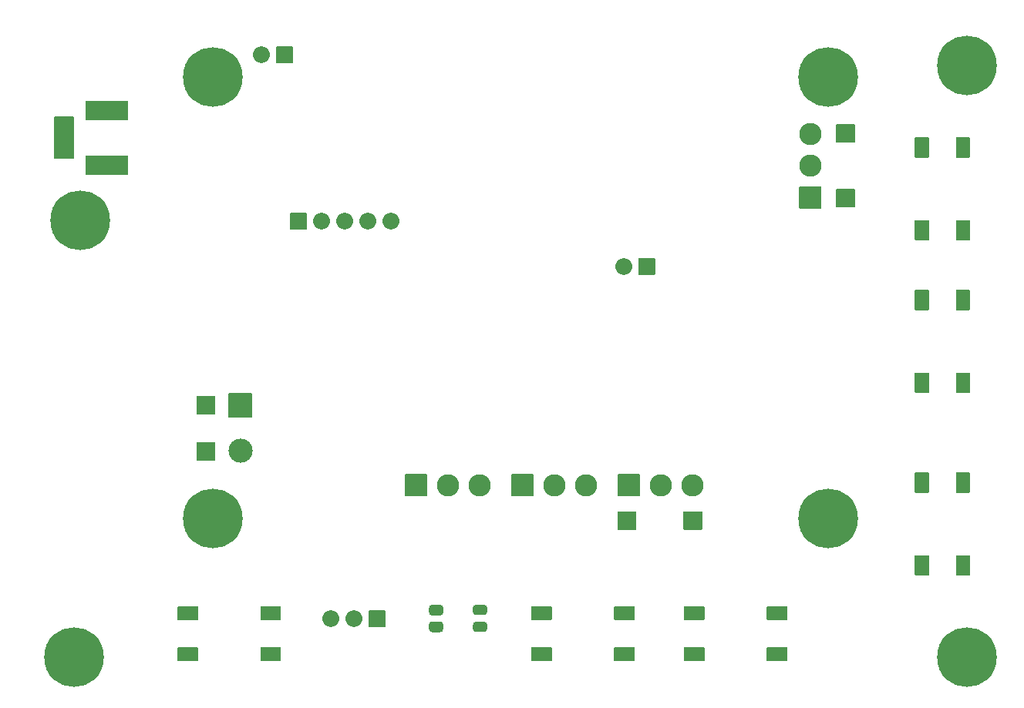
<source format=gts>
G04 #@! TF.GenerationSoftware,KiCad,Pcbnew,6.0.2+dfsg-1*
G04 #@! TF.CreationDate,2023-08-12T13:44:09-06:00*
G04 #@! TF.ProjectId,ckt-soundplay-test,636b742d-736f-4756-9e64-706c61792d74,rev?*
G04 #@! TF.SameCoordinates,Original*
G04 #@! TF.FileFunction,Soldermask,Top*
G04 #@! TF.FilePolarity,Negative*
%FSLAX46Y46*%
G04 Gerber Fmt 4.6, Leading zero omitted, Abs format (unit mm)*
G04 Created by KiCad (PCBNEW 6.0.2+dfsg-1) date 2023-08-12 13:44:09*
%MOMM*%
%LPD*%
G01*
G04 APERTURE LIST*
%ADD10C,2.652400*%
%ADD11C,2.452400*%
%ADD12C,6.552400*%
%ADD13O,1.852400X1.852400*%
G04 APERTURE END LIST*
G36*
G01*
X107670000Y-83549800D02*
X110170000Y-83549800D01*
G75*
G02*
X110246200Y-83626000I0J-76200D01*
G01*
X110246200Y-86126000D01*
G75*
G02*
X110170000Y-86202200I-76200J0D01*
G01*
X107670000Y-86202200D01*
G75*
G02*
X107593800Y-86126000I0J76200D01*
G01*
X107593800Y-83626000D01*
G75*
G02*
X107670000Y-83549800I76200J0D01*
G01*
G37*
D10*
X108920000Y-89876000D03*
G36*
G01*
X182992800Y-103517000D02*
X182992800Y-101417000D01*
G75*
G02*
X183069000Y-101340800I76200J0D01*
G01*
X184469000Y-101340800D01*
G75*
G02*
X184545200Y-101417000I0J-76200D01*
G01*
X184545200Y-103517000D01*
G75*
G02*
X184469000Y-103593200I-76200J0D01*
G01*
X183069000Y-103593200D01*
G75*
G02*
X182992800Y-103517000I0J76200D01*
G01*
G37*
G36*
G01*
X182992800Y-94417000D02*
X182992800Y-92317000D01*
G75*
G02*
X183069000Y-92240800I76200J0D01*
G01*
X184469000Y-92240800D01*
G75*
G02*
X184545200Y-92317000I0J-76200D01*
G01*
X184545200Y-94417000D01*
G75*
G02*
X184469000Y-94493200I-76200J0D01*
G01*
X183069000Y-94493200D01*
G75*
G02*
X182992800Y-94417000I0J76200D01*
G01*
G37*
G36*
G01*
X187492800Y-103517000D02*
X187492800Y-101417000D01*
G75*
G02*
X187569000Y-101340800I76200J0D01*
G01*
X188969000Y-101340800D01*
G75*
G02*
X189045200Y-101417000I0J-76200D01*
G01*
X189045200Y-103517000D01*
G75*
G02*
X188969000Y-103593200I-76200J0D01*
G01*
X187569000Y-103593200D01*
G75*
G02*
X187492800Y-103517000I0J76200D01*
G01*
G37*
G36*
G01*
X187492800Y-94417000D02*
X187492800Y-92317000D01*
G75*
G02*
X187569000Y-92240800I76200J0D01*
G01*
X188969000Y-92240800D01*
G75*
G02*
X189045200Y-92317000I0J-76200D01*
G01*
X189045200Y-94417000D01*
G75*
G02*
X188969000Y-94493200I-76200J0D01*
G01*
X187569000Y-94493200D01*
G75*
G02*
X187492800Y-94417000I0J76200D01*
G01*
G37*
G36*
G01*
X140958000Y-106955800D02*
X143058000Y-106955800D01*
G75*
G02*
X143134200Y-107032000I0J-76200D01*
G01*
X143134200Y-108432000D01*
G75*
G02*
X143058000Y-108508200I-76200J0D01*
G01*
X140958000Y-108508200D01*
G75*
G02*
X140881800Y-108432000I0J76200D01*
G01*
X140881800Y-107032000D01*
G75*
G02*
X140958000Y-106955800I76200J0D01*
G01*
G37*
G36*
G01*
X150058000Y-106955800D02*
X152158000Y-106955800D01*
G75*
G02*
X152234200Y-107032000I0J-76200D01*
G01*
X152234200Y-108432000D01*
G75*
G02*
X152158000Y-108508200I-76200J0D01*
G01*
X150058000Y-108508200D01*
G75*
G02*
X149981800Y-108432000I0J76200D01*
G01*
X149981800Y-107032000D01*
G75*
G02*
X150058000Y-106955800I76200J0D01*
G01*
G37*
G36*
G01*
X140958000Y-111455800D02*
X143058000Y-111455800D01*
G75*
G02*
X143134200Y-111532000I0J-76200D01*
G01*
X143134200Y-112932000D01*
G75*
G02*
X143058000Y-113008200I-76200J0D01*
G01*
X140958000Y-113008200D01*
G75*
G02*
X140881800Y-112932000I0J76200D01*
G01*
X140881800Y-111532000D01*
G75*
G02*
X140958000Y-111455800I76200J0D01*
G01*
G37*
G36*
G01*
X150058000Y-111455800D02*
X152158000Y-111455800D01*
G75*
G02*
X152234200Y-111532000I0J-76200D01*
G01*
X152234200Y-112932000D01*
G75*
G02*
X152158000Y-113008200I-76200J0D01*
G01*
X150058000Y-113008200D01*
G75*
G02*
X149981800Y-112932000I0J76200D01*
G01*
X149981800Y-111532000D01*
G75*
G02*
X150058000Y-111455800I76200J0D01*
G01*
G37*
G36*
G01*
X126972800Y-94807000D02*
X126972800Y-92507000D01*
G75*
G02*
X127049000Y-92430800I76200J0D01*
G01*
X129349000Y-92430800D01*
G75*
G02*
X129425200Y-92507000I0J-76200D01*
G01*
X129425200Y-94807000D01*
G75*
G02*
X129349000Y-94883200I-76200J0D01*
G01*
X127049000Y-94883200D01*
G75*
G02*
X126972800Y-94807000I0J76200D01*
G01*
G37*
D11*
X131699000Y-93657000D03*
X135199000Y-93657000D03*
G36*
G01*
X157722000Y-106955800D02*
X159822000Y-106955800D01*
G75*
G02*
X159898200Y-107032000I0J-76200D01*
G01*
X159898200Y-108432000D01*
G75*
G02*
X159822000Y-108508200I-76200J0D01*
G01*
X157722000Y-108508200D01*
G75*
G02*
X157645800Y-108432000I0J76200D01*
G01*
X157645800Y-107032000D01*
G75*
G02*
X157722000Y-106955800I76200J0D01*
G01*
G37*
G36*
G01*
X166822000Y-106955800D02*
X168922000Y-106955800D01*
G75*
G02*
X168998200Y-107032000I0J-76200D01*
G01*
X168998200Y-108432000D01*
G75*
G02*
X168922000Y-108508200I-76200J0D01*
G01*
X166822000Y-108508200D01*
G75*
G02*
X166745800Y-108432000I0J76200D01*
G01*
X166745800Y-107032000D01*
G75*
G02*
X166822000Y-106955800I76200J0D01*
G01*
G37*
G36*
G01*
X157722000Y-111455800D02*
X159822000Y-111455800D01*
G75*
G02*
X159898200Y-111532000I0J-76200D01*
G01*
X159898200Y-112932000D01*
G75*
G02*
X159822000Y-113008200I-76200J0D01*
G01*
X157722000Y-113008200D01*
G75*
G02*
X157645800Y-112932000I0J76200D01*
G01*
X157645800Y-111532000D01*
G75*
G02*
X157722000Y-111455800I76200J0D01*
G01*
G37*
G36*
G01*
X166822000Y-111455800D02*
X168922000Y-111455800D01*
G75*
G02*
X168998200Y-111532000I0J-76200D01*
G01*
X168998200Y-112932000D01*
G75*
G02*
X168922000Y-113008200I-76200J0D01*
G01*
X166822000Y-113008200D01*
G75*
G02*
X166745800Y-112932000I0J76200D01*
G01*
X166745800Y-111532000D01*
G75*
G02*
X166822000Y-111455800I76200J0D01*
G01*
G37*
G36*
G01*
X134799500Y-106782800D02*
X135712000Y-106782800D01*
G75*
G02*
X136031950Y-107102750I0J-319950D01*
G01*
X136031950Y-107590250D01*
G75*
G02*
X135712000Y-107910200I-319950J0D01*
G01*
X134799500Y-107910200D01*
G75*
G02*
X134479550Y-107590250I0J319950D01*
G01*
X134479550Y-107102750D01*
G75*
G02*
X134799500Y-106782800I319950J0D01*
G01*
G37*
G36*
G01*
X134799500Y-108657800D02*
X135712000Y-108657800D01*
G75*
G02*
X136031950Y-108977750I0J-319950D01*
G01*
X136031950Y-109465250D01*
G75*
G02*
X135712000Y-109785200I-319950J0D01*
G01*
X134799500Y-109785200D01*
G75*
G02*
X134479550Y-109465250I0J319950D01*
G01*
X134479550Y-108977750D01*
G75*
G02*
X134799500Y-108657800I319950J0D01*
G01*
G37*
D12*
X173482000Y-97282000D03*
X90678000Y-112522000D03*
X173482000Y-48768000D03*
G36*
G01*
X123102000Y-107404800D02*
X124802000Y-107404800D01*
G75*
G02*
X124878200Y-107481000I0J-76200D01*
G01*
X124878200Y-109181000D01*
G75*
G02*
X124802000Y-109257200I-76200J0D01*
G01*
X123102000Y-109257200D01*
G75*
G02*
X123025800Y-109181000I0J76200D01*
G01*
X123025800Y-107481000D01*
G75*
G02*
X123102000Y-107404800I76200J0D01*
G01*
G37*
D13*
X121412000Y-108331000D03*
X118872000Y-108331000D03*
G36*
G01*
X174358293Y-55943497D02*
X174358293Y-54038497D01*
G75*
G02*
X174434493Y-53962297I76200J0D01*
G01*
X176339493Y-53962297D01*
G75*
G02*
X176415693Y-54038497I0J-76200D01*
G01*
X176415693Y-55943497D01*
G75*
G02*
X176339493Y-56019697I-76200J0D01*
G01*
X174434493Y-56019697D01*
G75*
G02*
X174358293Y-55943497I0J76200D01*
G01*
G37*
G36*
G01*
X138656800Y-94807000D02*
X138656800Y-92507000D01*
G75*
G02*
X138733000Y-92430800I76200J0D01*
G01*
X141033000Y-92430800D01*
G75*
G02*
X141109200Y-92507000I0J-76200D01*
G01*
X141109200Y-94807000D01*
G75*
G02*
X141033000Y-94883200I-76200J0D01*
G01*
X138733000Y-94883200D01*
G75*
G02*
X138656800Y-94807000I0J76200D01*
G01*
G37*
D11*
X143383000Y-93657000D03*
X146883000Y-93657000D03*
G36*
G01*
X172658000Y-63273200D02*
X170358000Y-63273200D01*
G75*
G02*
X170281800Y-63197000I0J76200D01*
G01*
X170281800Y-60897000D01*
G75*
G02*
X170358000Y-60820800I76200J0D01*
G01*
X172658000Y-60820800D01*
G75*
G02*
X172734200Y-60897000I0J-76200D01*
G01*
X172734200Y-63197000D01*
G75*
G02*
X172658000Y-63273200I-76200J0D01*
G01*
G37*
X171508000Y-58547000D03*
X171508000Y-55047000D03*
D12*
X188722000Y-112522000D03*
G36*
G01*
X182992800Y-83451000D02*
X182992800Y-81351000D01*
G75*
G02*
X183069000Y-81274800I76200J0D01*
G01*
X184469000Y-81274800D01*
G75*
G02*
X184545200Y-81351000I0J-76200D01*
G01*
X184545200Y-83451000D01*
G75*
G02*
X184469000Y-83527200I-76200J0D01*
G01*
X183069000Y-83527200D01*
G75*
G02*
X182992800Y-83451000I0J76200D01*
G01*
G37*
G36*
G01*
X182992800Y-74351000D02*
X182992800Y-72251000D01*
G75*
G02*
X183069000Y-72174800I76200J0D01*
G01*
X184469000Y-72174800D01*
G75*
G02*
X184545200Y-72251000I0J-76200D01*
G01*
X184545200Y-74351000D01*
G75*
G02*
X184469000Y-74427200I-76200J0D01*
G01*
X183069000Y-74427200D01*
G75*
G02*
X182992800Y-74351000I0J76200D01*
G01*
G37*
G36*
G01*
X187492800Y-83451000D02*
X187492800Y-81351000D01*
G75*
G02*
X187569000Y-81274800I76200J0D01*
G01*
X188969000Y-81274800D01*
G75*
G02*
X189045200Y-81351000I0J-76200D01*
G01*
X189045200Y-83451000D01*
G75*
G02*
X188969000Y-83527200I-76200J0D01*
G01*
X187569000Y-83527200D01*
G75*
G02*
X187492800Y-83451000I0J76200D01*
G01*
G37*
G36*
G01*
X187492800Y-74351000D02*
X187492800Y-72251000D01*
G75*
G02*
X187569000Y-72174800I76200J0D01*
G01*
X188969000Y-72174800D01*
G75*
G02*
X189045200Y-72251000I0J-76200D01*
G01*
X189045200Y-74351000D01*
G75*
G02*
X188969000Y-74427200I-76200J0D01*
G01*
X187569000Y-74427200D01*
G75*
G02*
X187492800Y-74351000I0J76200D01*
G01*
G37*
G36*
G01*
X112947000Y-45428800D02*
X114647000Y-45428800D01*
G75*
G02*
X114723200Y-45505000I0J-76200D01*
G01*
X114723200Y-47205000D01*
G75*
G02*
X114647000Y-47281200I-76200J0D01*
G01*
X112947000Y-47281200D01*
G75*
G02*
X112870800Y-47205000I0J76200D01*
G01*
X112870800Y-45505000D01*
G75*
G02*
X112947000Y-45428800I76200J0D01*
G01*
G37*
D13*
X111257000Y-46355000D03*
G36*
G01*
X152698000Y-68669800D02*
X154398000Y-68669800D01*
G75*
G02*
X154474200Y-68746000I0J-76200D01*
G01*
X154474200Y-70446000D01*
G75*
G02*
X154398000Y-70522200I-76200J0D01*
G01*
X152698000Y-70522200D01*
G75*
G02*
X152621800Y-70446000I0J76200D01*
G01*
X152621800Y-68746000D01*
G75*
G02*
X152698000Y-68669800I76200J0D01*
G01*
G37*
X151008000Y-69596000D03*
D12*
X91313000Y-64516000D03*
G36*
G01*
X104127300Y-85788500D02*
X104127300Y-83883500D01*
G75*
G02*
X104203500Y-83807300I76200J0D01*
G01*
X106108500Y-83807300D01*
G75*
G02*
X106184700Y-83883500I0J-76200D01*
G01*
X106184700Y-85788500D01*
G75*
G02*
X106108500Y-85864700I-76200J0D01*
G01*
X104203500Y-85864700D01*
G75*
G02*
X104127300Y-85788500I0J76200D01*
G01*
G37*
G36*
G01*
X130879750Y-109808700D02*
X129979750Y-109808700D01*
G75*
G02*
X129653550Y-109482500I0J326200D01*
G01*
X129653550Y-108957500D01*
G75*
G02*
X129979750Y-108631300I326200J0D01*
G01*
X130879750Y-108631300D01*
G75*
G02*
X131205950Y-108957500I0J-326200D01*
G01*
X131205950Y-109482500D01*
G75*
G02*
X130879750Y-109808700I-326200J0D01*
G01*
G37*
G36*
G01*
X130879750Y-107983700D02*
X129979750Y-107983700D01*
G75*
G02*
X129653550Y-107657500I0J326200D01*
G01*
X129653550Y-107132500D01*
G75*
G02*
X129979750Y-106806300I326200J0D01*
G01*
X130879750Y-106806300D01*
G75*
G02*
X131205950Y-107132500I0J-326200D01*
G01*
X131205950Y-107657500D01*
G75*
G02*
X130879750Y-107983700I-326200J0D01*
G01*
G37*
G36*
G01*
X150355300Y-98488500D02*
X150355300Y-96583500D01*
G75*
G02*
X150431500Y-96507300I76200J0D01*
G01*
X152336500Y-96507300D01*
G75*
G02*
X152412700Y-96583500I0J-76200D01*
G01*
X152412700Y-98488500D01*
G75*
G02*
X152336500Y-98564700I-76200J0D01*
G01*
X150431500Y-98564700D01*
G75*
G02*
X150355300Y-98488500I0J76200D01*
G01*
G37*
G36*
G01*
X157594300Y-98488500D02*
X157594300Y-96583500D01*
G75*
G02*
X157670500Y-96507300I76200J0D01*
G01*
X159575500Y-96507300D01*
G75*
G02*
X159651700Y-96583500I0J-76200D01*
G01*
X159651700Y-98488500D01*
G75*
G02*
X159575500Y-98564700I-76200J0D01*
G01*
X157670500Y-98564700D01*
G75*
G02*
X157594300Y-98488500I0J76200D01*
G01*
G37*
X105918000Y-97282000D03*
X105918000Y-48768000D03*
G36*
G01*
X91949800Y-59470000D02*
X91949800Y-57470000D01*
G75*
G02*
X92026000Y-57393800I76200J0D01*
G01*
X96526000Y-57393800D01*
G75*
G02*
X96602200Y-57470000I0J-76200D01*
G01*
X96602200Y-59470000D01*
G75*
G02*
X96526000Y-59546200I-76200J0D01*
G01*
X92026000Y-59546200D01*
G75*
G02*
X91949800Y-59470000I0J76200D01*
G01*
G37*
G36*
G01*
X91949800Y-53470000D02*
X91949800Y-51470000D01*
G75*
G02*
X92026000Y-51393800I76200J0D01*
G01*
X96526000Y-51393800D01*
G75*
G02*
X96602200Y-51470000I0J-76200D01*
G01*
X96602200Y-53470000D01*
G75*
G02*
X96526000Y-53546200I-76200J0D01*
G01*
X92026000Y-53546200D01*
G75*
G02*
X91949800Y-53470000I0J76200D01*
G01*
G37*
G36*
G01*
X88499800Y-57720000D02*
X88499800Y-53220000D01*
G75*
G02*
X88576000Y-53143800I76200J0D01*
G01*
X90576000Y-53143800D01*
G75*
G02*
X90652200Y-53220000I0J-76200D01*
G01*
X90652200Y-57720000D01*
G75*
G02*
X90576000Y-57796200I-76200J0D01*
G01*
X88576000Y-57796200D01*
G75*
G02*
X88499800Y-57720000I0J76200D01*
G01*
G37*
G36*
G01*
X182992800Y-66687000D02*
X182992800Y-64587000D01*
G75*
G02*
X183069000Y-64510800I76200J0D01*
G01*
X184469000Y-64510800D01*
G75*
G02*
X184545200Y-64587000I0J-76200D01*
G01*
X184545200Y-66687000D01*
G75*
G02*
X184469000Y-66763200I-76200J0D01*
G01*
X183069000Y-66763200D01*
G75*
G02*
X182992800Y-66687000I0J76200D01*
G01*
G37*
G36*
G01*
X182992800Y-57587000D02*
X182992800Y-55487000D01*
G75*
G02*
X183069000Y-55410800I76200J0D01*
G01*
X184469000Y-55410800D01*
G75*
G02*
X184545200Y-55487000I0J-76200D01*
G01*
X184545200Y-57587000D01*
G75*
G02*
X184469000Y-57663200I-76200J0D01*
G01*
X183069000Y-57663200D01*
G75*
G02*
X182992800Y-57587000I0J76200D01*
G01*
G37*
G36*
G01*
X187492800Y-66687000D02*
X187492800Y-64587000D01*
G75*
G02*
X187569000Y-64510800I76200J0D01*
G01*
X188969000Y-64510800D01*
G75*
G02*
X189045200Y-64587000I0J-76200D01*
G01*
X189045200Y-66687000D01*
G75*
G02*
X188969000Y-66763200I-76200J0D01*
G01*
X187569000Y-66763200D01*
G75*
G02*
X187492800Y-66687000I0J76200D01*
G01*
G37*
G36*
G01*
X187492800Y-57587000D02*
X187492800Y-55487000D01*
G75*
G02*
X187569000Y-55410800I76200J0D01*
G01*
X188969000Y-55410800D01*
G75*
G02*
X189045200Y-55487000I0J-76200D01*
G01*
X189045200Y-57587000D01*
G75*
G02*
X188969000Y-57663200I-76200J0D01*
G01*
X187569000Y-57663200D01*
G75*
G02*
X187492800Y-57587000I0J76200D01*
G01*
G37*
X188722000Y-47498000D03*
G36*
G01*
X174358300Y-63055500D02*
X174358300Y-61150500D01*
G75*
G02*
X174434500Y-61074300I76200J0D01*
G01*
X176339500Y-61074300D01*
G75*
G02*
X176415700Y-61150500I0J-76200D01*
G01*
X176415700Y-63055500D01*
G75*
G02*
X176339500Y-63131700I-76200J0D01*
G01*
X174434500Y-63131700D01*
G75*
G02*
X174358300Y-63055500I0J76200D01*
G01*
G37*
G36*
G01*
X113318000Y-113008200D02*
X111218000Y-113008200D01*
G75*
G02*
X111141800Y-112932000I0J76200D01*
G01*
X111141800Y-111532000D01*
G75*
G02*
X111218000Y-111455800I76200J0D01*
G01*
X113318000Y-111455800D01*
G75*
G02*
X113394200Y-111532000I0J-76200D01*
G01*
X113394200Y-112932000D01*
G75*
G02*
X113318000Y-113008200I-76200J0D01*
G01*
G37*
G36*
G01*
X104218000Y-113008200D02*
X102118000Y-113008200D01*
G75*
G02*
X102041800Y-112932000I0J76200D01*
G01*
X102041800Y-111532000D01*
G75*
G02*
X102118000Y-111455800I76200J0D01*
G01*
X104218000Y-111455800D01*
G75*
G02*
X104294200Y-111532000I0J-76200D01*
G01*
X104294200Y-112932000D01*
G75*
G02*
X104218000Y-113008200I-76200J0D01*
G01*
G37*
G36*
G01*
X113318000Y-108508200D02*
X111218000Y-108508200D01*
G75*
G02*
X111141800Y-108432000I0J76200D01*
G01*
X111141800Y-107032000D01*
G75*
G02*
X111218000Y-106955800I76200J0D01*
G01*
X113318000Y-106955800D01*
G75*
G02*
X113394200Y-107032000I0J-76200D01*
G01*
X113394200Y-108432000D01*
G75*
G02*
X113318000Y-108508200I-76200J0D01*
G01*
G37*
G36*
G01*
X104218000Y-108508200D02*
X102118000Y-108508200D01*
G75*
G02*
X102041800Y-108432000I0J76200D01*
G01*
X102041800Y-107032000D01*
G75*
G02*
X102118000Y-106955800I76200J0D01*
G01*
X104218000Y-106955800D01*
G75*
G02*
X104294200Y-107032000I0J-76200D01*
G01*
X104294200Y-108432000D01*
G75*
G02*
X104218000Y-108508200I-76200J0D01*
G01*
G37*
G36*
G01*
X104127300Y-90868500D02*
X104127300Y-88963500D01*
G75*
G02*
X104203500Y-88887300I76200J0D01*
G01*
X106108500Y-88887300D01*
G75*
G02*
X106184700Y-88963500I0J-76200D01*
G01*
X106184700Y-90868500D01*
G75*
G02*
X106108500Y-90944700I-76200J0D01*
G01*
X104203500Y-90944700D01*
G75*
G02*
X104127300Y-90868500I0J76200D01*
G01*
G37*
G36*
G01*
X150340800Y-94807000D02*
X150340800Y-92507000D01*
G75*
G02*
X150417000Y-92430800I76200J0D01*
G01*
X152717000Y-92430800D01*
G75*
G02*
X152793200Y-92507000I0J-76200D01*
G01*
X152793200Y-94807000D01*
G75*
G02*
X152717000Y-94883200I-76200J0D01*
G01*
X150417000Y-94883200D01*
G75*
G02*
X150340800Y-94807000I0J76200D01*
G01*
G37*
D11*
X155067000Y-93657000D03*
X158567000Y-93657000D03*
G36*
G01*
X116166000Y-65569200D02*
X114466000Y-65569200D01*
G75*
G02*
X114389800Y-65493000I0J76200D01*
G01*
X114389800Y-63793000D01*
G75*
G02*
X114466000Y-63716800I76200J0D01*
G01*
X116166000Y-63716800D01*
G75*
G02*
X116242200Y-63793000I0J-76200D01*
G01*
X116242200Y-65493000D01*
G75*
G02*
X116166000Y-65569200I-76200J0D01*
G01*
G37*
D13*
X117856000Y-64643000D03*
X120396000Y-64643000D03*
X122936000Y-64643000D03*
X125476000Y-64643000D03*
M02*

</source>
